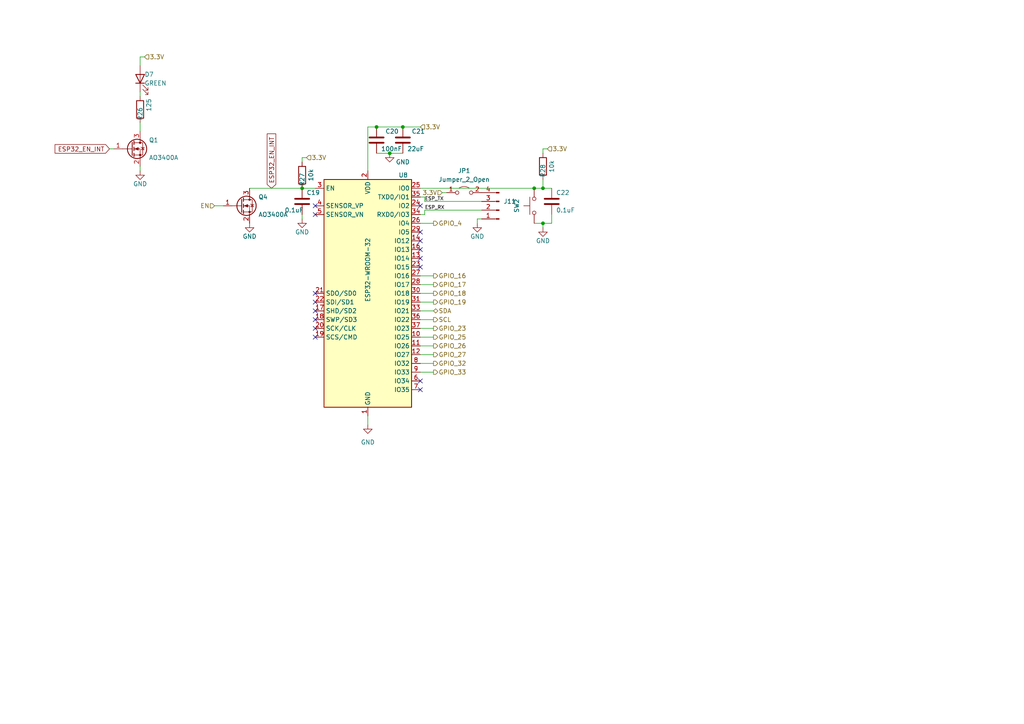
<source format=kicad_sch>
(kicad_sch (version 20211123) (generator eeschema)
  (paper "A4")
  (lib_symbols
    (symbol "Connector:Conn_01x04_Male" (pin_names (offset 1.016) hide)
      (property "Reference" "J" (at 0 5.08 0))
      (property "Value" "Conn_01x04_Male" (at 0 -7.62 0))
      (symbol "Conn_01x04_Male_1_1"
        (polyline (pts (xy 1.27 -5.08) (xy 0.8636 -5.08)) (stroke (width 0.1524)))
        (polyline (pts (xy 1.27 -2.54) (xy 0.8636 -2.54)) (stroke (width 0.1524)))
        (polyline (pts (xy 1.27 0) (xy 0.8636 0)) (stroke (width 0.1524)))
        (polyline (pts (xy 1.27 2.54) (xy 0.8636 2.54)) (stroke (width 0.1524)))
        (rectangle (start 0.8636 -4.953) (end 0 -5.207) (stroke (width 0.1524)) (fill (type outline)))
        (rectangle (start 0.8636 -2.413) (end 0 -2.667) (stroke (width 0.1524)) (fill (type outline)))
        (rectangle (start 0.8636 0.127) (end 0 -0.127) (stroke (width 0.1524)) (fill (type outline)))
        (rectangle (start 0.8636 2.667) (end 0 2.413) (stroke (width 0.1524)) (fill (type outline)))
        (pin passive line (at 5.08 2.54 180) (length 3.81) (name "Pin_1") (number "1"))
        (pin passive line (at 5.08 0 180) (length 3.81) (name "Pin_2") (number "2"))
        (pin passive line (at 5.08 -2.54 180) (length 3.81) (name "Pin_3") (number "3"))
        (pin passive line (at 5.08 -5.08 180) (length 3.81) (name "Pin_4") (number "4"))
      )
    )
    (symbol "Device:C" (pin_numbers hide) (pin_names (offset 0.254))
      (property "Reference" "C" (at 0.635 2.54 0))
      (property "Value" "C" (at 0.635 -2.54 0))
      (symbol "C_0_1"
        (polyline (pts (xy -2.032 -0.762) (xy 2.032 -0.762)) (stroke (width 0.508)))
        (polyline (pts (xy -2.032 0.762) (xy 2.032 0.762)) (stroke (width 0.508)))
      )
      (symbol "C_1_1"
        (pin passive line (at 0 3.81 270) (length 2.794) (name "~") (number "1"))
        (pin passive line (at 0 -3.81 90) (length 2.794) (name "~") (number "2"))
      )
    )
    (symbol "Device:LED" (pin_numbers hide) (pin_names (offset 1.016) hide)
      (property "Reference" "D" (at 0 2.54 0))
      (property "Value" "LED" (at 0 -2.54 0))
      (symbol "LED_0_1"
        (polyline (pts (xy -1.27 -1.27) (xy -1.27 1.27)) (stroke (width 0.254)))
        (polyline (pts (xy -1.27 0) (xy 1.27 0)))
        (polyline (pts (xy 1.27 -1.27) (xy 1.27 1.27) (xy -1.27 0) (xy 1.27 -1.27)) (stroke (width 0.254)))
        (polyline (pts (xy -3.048 -0.762) (xy -4.572 -2.286) (xy -3.81 -2.286) (xy -4.572 -2.286) (xy -4.572 -1.524)))
        (polyline (pts (xy -1.778 -0.762) (xy -3.302 -2.286) (xy -2.54 -2.286) (xy -3.302 -2.286) (xy -3.302 -1.524)))
      )
      (symbol "LED_1_1"
        (pin passive line (at -3.81 0 0) (length 2.54) (name "K") (number "1"))
        (pin passive line (at 3.81 0 180) (length 2.54) (name "A") (number "2"))
      )
    )
    (symbol "Device:R" (pin_numbers hide) (pin_names (offset 0))
      (property "Reference" "R" (at 2.032 0 90))
      (property "Value" "R" (at 0 0 90))
      (symbol "R_0_1"
        (rectangle (start -1.016 -2.54) (end 1.016 2.54) (stroke (width 0.254)))
      )
      (symbol "R_1_1"
        (pin passive line (at 0 3.81 270) (length 1.27) (name "~") (number "1"))
        (pin passive line (at 0 -3.81 90) (length 1.27) (name "~") (number "2"))
      )
    )
    (symbol "Jumper:Jumper_2_Open" (pin_names (offset 0) hide)
      (property "Reference" "JP" (at 0 2.794 0))
      (property "Value" "Jumper_2_Open" (at 0 -2.286 0))
      (symbol "Jumper_2_Open_0_0"
        (circle (center -2.032 0) (radius 0.508))
        (circle (center 2.032 0) (radius 0.508))
      )
      (symbol "Jumper_2_Open_0_1"
        (arc (start 1.524 1.27) (mid 0 1.778) (end -1.524 1.27))
      )
      (symbol "Jumper_2_Open_1_1"
        (pin passive line (at -5.08 0 0) (length 2.54) (name "A") (number "1"))
        (pin passive line (at 5.08 0 180) (length 2.54) (name "B") (number "2"))
      )
    )
    (symbol "RF_Module:ESP32-WROOM-32"
      (property "Reference" "U" (at -12.7 34.29 0))
      (property "Value" "ESP32-WROOM-32" (at 1.27 34.29 0))
      (symbol "ESP32-WROOM-32_0_1"
        (rectangle (start -12.7 33.02) (end 12.7 -33.02) (stroke (width 0.254)) (fill (type background)))
      )
      (symbol "ESP32-WROOM-32_1_1"
        (pin power_in line (at 0 -35.56 90) (length 2.54) (name "GND") (number "1"))
        (pin bidirectional line (at 15.24 -12.7 180) (length 2.54) (name "IO25") (number "10"))
        (pin bidirectional line (at 15.24 -15.24 180) (length 2.54) (name "IO26") (number "11"))
        (pin bidirectional line (at 15.24 -17.78 180) (length 2.54) (name "IO27") (number "12"))
        (pin bidirectional line (at 15.24 10.16 180) (length 2.54) (name "IO14") (number "13"))
        (pin bidirectional line (at 15.24 15.24 180) (length 2.54) (name "IO12") (number "14"))
        (pin passive line (at 0 -35.56 90) (length 2.54) hide (name "GND") (number "15"))
        (pin bidirectional line (at 15.24 12.7 180) (length 2.54) (name "IO13") (number "16"))
        (pin bidirectional line (at -15.24 -5.08 0) (length 2.54) (name "SHD/SD2") (number "17"))
        (pin bidirectional line (at -15.24 -7.62 0) (length 2.54) (name "SWP/SD3") (number "18"))
        (pin bidirectional line (at -15.24 -12.7 0) (length 2.54) (name "SCS/CMD") (number "19"))
        (pin power_in line (at 0 35.56 270) (length 2.54) (name "VDD") (number "2"))
        (pin bidirectional line (at -15.24 -10.16 0) (length 2.54) (name "SCK/CLK") (number "20"))
        (pin bidirectional line (at -15.24 0 0) (length 2.54) (name "SDO/SD0") (number "21"))
        (pin bidirectional line (at -15.24 -2.54 0) (length 2.54) (name "SDI/SD1") (number "22"))
        (pin bidirectional line (at 15.24 7.62 180) (length 2.54) (name "IO15") (number "23"))
        (pin bidirectional line (at 15.24 25.4 180) (length 2.54) (name "IO2") (number "24"))
        (pin bidirectional line (at 15.24 30.48 180) (length 2.54) (name "IO0") (number "25"))
        (pin bidirectional line (at 15.24 20.32 180) (length 2.54) (name "IO4") (number "26"))
        (pin bidirectional line (at 15.24 5.08 180) (length 2.54) (name "IO16") (number "27"))
        (pin bidirectional line (at 15.24 2.54 180) (length 2.54) (name "IO17") (number "28"))
        (pin bidirectional line (at 15.24 17.78 180) (length 2.54) (name "IO5") (number "29"))
        (pin input line (at -15.24 30.48 0) (length 2.54) (name "EN") (number "3"))
        (pin bidirectional line (at 15.24 0 180) (length 2.54) (name "IO18") (number "30"))
        (pin bidirectional line (at 15.24 -2.54 180) (length 2.54) (name "IO19") (number "31"))
        (pin no_connect line (at -12.7 -27.94 0) (length 2.54) hide (name "NC") (number "32"))
        (pin bidirectional line (at 15.24 -5.08 180) (length 2.54) (name "IO21") (number "33"))
        (pin bidirectional line (at 15.24 22.86 180) (length 2.54) (name "RXD0/IO3") (number "34"))
        (pin bidirectional line (at 15.24 27.94 180) (length 2.54) (name "TXD0/IO1") (number "35"))
        (pin bidirectional line (at 15.24 -7.62 180) (length 2.54) (name "IO22") (number "36"))
        (pin bidirectional line (at 15.24 -10.16 180) (length 2.54) (name "IO23") (number "37"))
        (pin passive line (at 0 -35.56 90) (length 2.54) hide (name "GND") (number "38"))
        (pin passive line (at 0 -35.56 90) (length 2.54) hide (name "GND") (number "39"))
        (pin input line (at -15.24 25.4 0) (length 2.54) (name "SENSOR_VP") (number "4"))
        (pin input line (at -15.24 22.86 0) (length 2.54) (name "SENSOR_VN") (number "5"))
        (pin input line (at 15.24 -25.4 180) (length 2.54) (name "IO34") (number "6"))
        (pin input line (at 15.24 -27.94 180) (length 2.54) (name "IO35") (number "7"))
        (pin bidirectional line (at 15.24 -20.32 180) (length 2.54) (name "IO32") (number "8"))
        (pin bidirectional line (at 15.24 -22.86 180) (length 2.54) (name "IO33") (number "9"))
      )
    )
    (symbol "Switch:SW_Push" (pin_numbers hide) (pin_names (offset 1.016) hide)
      (property "Reference" "SW" (at 1.27 2.54 0))
      (property "Value" "SW_Push" (at 0 -1.524 0))
      (symbol "SW_Push_0_1"
        (circle (center -2.032 0) (radius 0.508))
        (polyline (pts (xy 0 1.27) (xy 0 3.048)))
        (polyline (pts (xy 2.54 1.27) (xy -2.54 1.27)))
        (circle (center 2.032 0) (radius 0.508))
        (pin passive line (at -5.08 0 0) (length 2.54) (name "1") (number "1"))
        (pin passive line (at 5.08 0 180) (length 2.54) (name "2") (number "2"))
      )
    )
    (symbol "Transistor_FET:AO3400A" (pin_names hide)
      (property "Reference" "Q" (at 5.08 1.905 0))
      (property "Value" "AO3400A" (at 5.08 0 0))
      (symbol "AO3400A_0_1"
        (polyline (pts (xy 0.254 0) (xy -2.54 0)))
        (polyline (pts (xy 0.254 1.905) (xy 0.254 -1.905)) (stroke (width 0.254)))
        (polyline (pts (xy 0.762 -1.27) (xy 0.762 -2.286)) (stroke (width 0.254)))
        (polyline (pts (xy 0.762 0.508) (xy 0.762 -0.508)) (stroke (width 0.254)))
        (polyline (pts (xy 0.762 2.286) (xy 0.762 1.27)) (stroke (width 0.254)))
        (polyline (pts (xy 2.54 2.54) (xy 2.54 1.778)))
        (polyline (pts (xy 2.54 -2.54) (xy 2.54 0) (xy 0.762 0)))
        (polyline (pts (xy 0.762 -1.778) (xy 3.302 -1.778) (xy 3.302 1.778) (xy 0.762 1.778)))
        (polyline (pts (xy 1.016 0) (xy 2.032 0.381) (xy 2.032 -0.381) (xy 1.016 0)) (fill (type outline)))
        (polyline (pts (xy 2.794 0.508) (xy 2.921 0.381) (xy 3.683 0.381) (xy 3.81 0.254)))
        (polyline (pts (xy 3.302 0.381) (xy 2.921 -0.254) (xy 3.683 -0.254) (xy 3.302 0.381)))
        (circle (center 1.651 0) (radius 2.794) (stroke (width 0.254)))
        (circle (center 2.54 -1.778) (radius 0.254) (fill (type outline)))
        (circle (center 2.54 1.778) (radius 0.254) (fill (type outline)))
      )
      (symbol "AO3400A_1_1"
        (pin input line (at -5.08 0 0) (length 2.54) (name "G") (number "1"))
        (pin passive line (at 2.54 -5.08 90) (length 2.54) (name "S") (number "2"))
        (pin passive line (at 2.54 5.08 270) (length 2.54) (name "D") (number "3"))
      )
    )
    (symbol "power:GND" (power) (pin_names (offset 0))
      (property "Value" "GND" (at 0 -3.81 0))
      (symbol "GND_0_1"
        (polyline (pts (xy 0 0) (xy 0 -1.27) (xy 1.27 -1.27) (xy 0 -2.54) (xy -1.27 -1.27) (xy 0 -1.27)))
      )
      (symbol "GND_1_1"
        (pin power_in line (at 0 0 270) (length 0) hide (name "GND") (number "1"))
      )
    )
  )
  (junction (at 157.48 54.61))
  (junction (at 109.22 36.83))
  (junction (at 116.84 36.83))
  (junction (at 113.03 44.45))
  (junction (at 157.48 64.77))
  (junction (at 87.63 54.61))
  (junction (at 154.94 54.61))
  (no_connect (at 121.92 69.85))
  (no_connect (at 121.92 67.31))
  (no_connect (at 121.92 77.47))
  (no_connect (at 121.92 74.93))
  (no_connect (at 121.92 72.39))
  (no_connect (at 91.44 92.71))
  (no_connect (at 91.44 95.25))
  (no_connect (at 91.44 85.09))
  (no_connect (at 91.44 90.17))
  (no_connect (at 91.44 87.63))
  (no_connect (at 91.44 97.79))
  (no_connect (at 121.92 113.03))
  (no_connect (at 121.92 110.49))
  (no_connect (at 121.92 59.69))
  (no_connect (at 91.44 59.69))
  (no_connect (at 91.44 62.23))
  (wire (pts (xy 109.22 36.83) (xy 116.84 36.83)))
  (wire (pts (xy 123.19 62.23) (xy 123.19 60.96)))
  (wire (pts (xy 157.48 44.45) (xy 157.48 43.18)))
  (wire (pts (xy 121.92 95.25) (xy 125.73 95.25)))
  (wire (pts (xy 123.19 58.42) (xy 139.7 58.42)))
  (wire (pts (xy 88.9 45.72) (xy 87.63 45.72)))
  (wire (pts (xy 157.48 43.18) (xy 158.75 43.18)))
  (wire (pts (xy 87.63 54.61) (xy 91.44 54.61)))
  (wire (pts (xy 40.64 16.51) (xy 41.91 16.51)))
  (wire (pts (xy 106.68 36.83) (xy 109.22 36.83)))
  (wire (pts (xy 121.92 102.87) (xy 125.73 102.87)))
  (wire (pts (xy 72.39 54.61) (xy 87.63 54.61)))
  (wire (pts (xy 138.43 63.5) (xy 138.43 64.77)))
  (wire (pts (xy 116.84 36.83) (xy 121.92 36.83)))
  (wire (pts (xy 87.63 63.5) (xy 87.63 62.23)))
  (wire (pts (xy 157.48 54.61) (xy 154.94 54.61)))
  (wire (pts (xy 121.92 80.01) (xy 125.73 80.01)))
  (wire (pts (xy 157.48 66.04) (xy 157.48 64.77)))
  (wire (pts (xy 40.64 35.56) (xy 40.64 38.1)))
  (wire (pts (xy 40.64 48.26) (xy 40.64 49.53)))
  (wire (pts (xy 121.92 90.17) (xy 125.73 90.17)))
  (wire (pts (xy 157.48 64.77) (xy 160.02 64.77)))
  (wire (pts (xy 157.48 54.61) (xy 160.02 54.61)))
  (wire (pts (xy 128.27 55.88) (xy 129.54 55.88)))
  (wire (pts (xy 109.22 44.45) (xy 113.03 44.45)))
  (wire (pts (xy 121.92 97.79) (xy 125.73 97.79)))
  (wire (pts (xy 106.68 120.65) (xy 106.68 123.19)))
  (wire (pts (xy 123.19 57.15) (xy 123.19 58.42)))
  (wire (pts (xy 121.92 87.63) (xy 125.73 87.63)))
  (wire (pts (xy 113.03 44.45) (xy 116.84 44.45)))
  (wire (pts (xy 160.02 62.23) (xy 160.02 64.77)))
  (wire (pts (xy 123.19 60.96) (xy 139.7 60.96)))
  (wire (pts (xy 31.75 43.18) (xy 33.02 43.18)))
  (wire (pts (xy 121.92 105.41) (xy 125.73 105.41)))
  (wire (pts (xy 40.64 26.67) (xy 40.64 27.94)))
  (wire (pts (xy 106.68 49.53) (xy 106.68 36.83)))
  (wire (pts (xy 121.92 62.23) (xy 123.19 62.23)))
  (wire (pts (xy 62.23 59.69) (xy 64.77 59.69)))
  (wire (pts (xy 40.64 16.51) (xy 40.64 19.05)))
  (wire (pts (xy 121.92 85.09) (xy 125.73 85.09)))
  (wire (pts (xy 121.92 82.55) (xy 125.73 82.55)))
  (wire (pts (xy 154.94 64.77) (xy 157.48 64.77)))
  (wire (pts (xy 87.63 45.72) (xy 87.63 46.99)))
  (wire (pts (xy 157.48 52.07) (xy 157.48 54.61)))
  (wire (pts (xy 121.92 54.61) (xy 154.94 54.61)))
  (wire (pts (xy 121.92 64.77) (xy 125.73 64.77)))
  (wire (pts (xy 121.92 57.15) (xy 123.19 57.15)))
  (wire (pts (xy 121.92 92.71) (xy 125.73 92.71)))
  (wire (pts (xy 139.7 63.5) (xy 138.43 63.5)))
  (wire (pts (xy 121.92 107.95) (xy 125.73 107.95)))
  (wire (pts (xy 121.92 100.33) (xy 125.73 100.33)))
  (label "ESP_TX" (at 123.19 58.42 0) (effects (font (size 1 1))))
  (label "ESP_RX" (at 123.19 60.96 0) (effects (font (size 1 1))))
  (global_label "ESP32_EN_INT" (shape input) (at 78.74 54.61 90) (property "Intersheet References" "${INTERSHEET_REFS}" (effects hide)))
  (global_label "ESP32_EN_INT" (shape input) (at 31.75 43.18 180) (property "Intersheet References" "${INTERSHEET_REFS}" (effects hide)))
  (hierarchical_label "3.3V" (shape input) (at 128.27 55.88 180))
  (hierarchical_label "3.3V" (shape input) (at 158.75 43.18 0))
  (hierarchical_label "SCL" (shape output) (at 125.73 92.71 0))
  (hierarchical_label "GPIO_23" (shape output) (at 125.73 95.25 0))
  (hierarchical_label "3.3V" (shape input) (at 88.9 45.72 0))
  (hierarchical_label "3.3V" (shape input) (at 121.92 36.83 0))
  (hierarchical_label "GPIO_16" (shape output) (at 125.73 80.01 0))
  (hierarchical_label "GPIO_19" (shape output) (at 125.73 87.63 0))
  (hierarchical_label "GPIO_25" (shape output) (at 125.73 97.79 0))
  (hierarchical_label "3.3V" (shape input) (at 41.91 16.51 0))
  (hierarchical_label "SDA" (shape bidirectional) (at 125.73 90.17 0))
  (hierarchical_label "GPIO_17" (shape output) (at 125.73 82.55 0))
  (hierarchical_label "EN" (shape input) (at 62.23 59.69 180))
  (hierarchical_label "GPIO_32" (shape output) (at 125.73 105.41 0))
  (hierarchical_label "GPIO_26" (shape output) (at 125.73 100.33 0))
  (hierarchical_label "GPIO_33" (shape output) (at 125.73 107.95 0))
  (hierarchical_label "GPIO_27" (shape output) (at 125.73 102.87 0))
  (hierarchical_label "GPIO_4" (shape output) (at 125.73 64.77 0))
  (hierarchical_label "GPIO_18" (shape output) (at 125.73 85.09 0))
  (symbol (lib_id "Jumper:Jumper_2_Open") (at 134.62 55.88 0) (unit 1)
    (property "Reference" "JP1" (at 134.62 49.53 0))
    (property "Value" "Jumper_2_Open" (at 134.62 52.07 0))
    (property "Footprint" "Connector_PinHeader_2.54mm:PinHeader_1x02_P2.54mm_Vertical" (effects hide))
  )
  (symbol (lib_id "power:GND") (at 72.39 64.77 0) (unit 1)
    (property "Reference" "#PWR0144" (effects hide))
    (property "Value" "GND" (at 72.39 68.58 0))
  )
  (symbol (lib_id "power:GND") (at 106.68 123.19 0) (unit 1)
    (property "Reference" "#PWR0148" (effects hide))
    (property "Value" "GND" (at 106.68 128.27 0))
  )
  (symbol (lib_id "Device:C") (at 116.84 40.64 0) (unit 1)
    (property "Reference" "C21" (at 119.38 38.1 0) (effects (justify left)))
    (property "Value" "22uF" (at 118.11 43.18 0) (effects (justify left)))
    (property "Footprint" "Capacitor_SMD:C_0603_1608Metric" (effects hide))
  )
  (symbol (lib_id "RF_Module:ESP32-WROOM-32") (at 106.68 85.09 0) (unit 1)
    (property "Reference" "U8" (at 115.57 50.8 0) (effects (justify left)))
    (property "Value" "ESP32-WROOM-32" (at 106.68 87.63 90) (effects (justify left)))
    (property "Footprint" "RF_Module:ESP32-WROOM-32" (effects hide))
    (property "Datasheet" "https://www.espressif.com/sites/default/files/documentation/esp32-wroom-32_datasheet_en.pdf" (effects hide))
  )
  (symbol (lib_id "Device:C") (at 160.02 58.42 0) (unit 1)
    (property "Reference" "C22" (at 161.29 55.88 0) (effects (justify left)))
    (property "Value" "0.1uF" (at 161.29 60.96 0) (effects (justify left)))
    (property "Footprint" "Capacitor_SMD:C_0603_1608Metric" (effects hide))
  )
  (symbol (lib_id "Transistor_FET:AO3400A") (at 69.85 59.69 0) (unit 1)
    (property "Reference" "Q4" (at 74.93 57.15 0) (effects (justify left)))
    (property "Value" "AO3400A" (at 74.93 62.23 0) (effects (justify left)))
    (property "Footprint" "Package_TO_SOT_SMD:SOT-23" (effects hide))
    (property "Datasheet" "http://www.aosmd.com/pdfs/datasheet/AO3400A.pdf" (effects hide))
  )
  (symbol (lib_id "power:GND") (at 157.48 66.04 0) (unit 1)
    (property "Reference" "#PWR0149" (effects hide))
    (property "Value" "GND" (at 157.48 69.85 0))
  )
  (symbol (lib_id "power:GND") (at 87.63 63.5 0) (unit 1)
    (property "Reference" "#PWR0145" (effects hide))
    (property "Value" "GND" (at 87.63 67.31 0))
  )
  (symbol (lib_id "power:GND") (at 113.03 44.45 0) (unit 1)
    (property "Reference" "#PWR0147" (effects hide))
    (property "Value" "GND" (at 116.84 46.99 0))
  )
  (symbol (lib_id "power:GND") (at 138.43 64.77 0) (unit 1)
    (property "Reference" "#PWR0150" (effects hide))
    (property "Value" "GND" (at 138.43 68.58 0))
  )
  (symbol (lib_id "Switch:SW_Push") (at 154.94 59.69 90) (unit 1)
    (property "Reference" "SW2" (at 149.86 59.69 0))
    (property "Value" "SW_Push" (effects hide))
    (property "Footprint" "Button_Switch_SMD:SW_SPST_CK_RS282G05A3" (effects hide))
  )
  (symbol (lib_id "Connector:Conn_01x04_Male") (at 144.78 60.96 180) (unit 1)
    (property "Reference" "J11" (at 146.05 58.4199 0) (effects (justify right)))
    (property "Value" "Conn_01x04_Male" (effects hide))
    (property "Footprint" "Connector_PinHeader_2.54mm:PinHeader_1x04_P2.54mm_Vertical" (effects hide))
  )
  (symbol (lib_id "Transistor_FET:AO3400A") (at 38.1 43.18 0) (unit 1)
    (property "Reference" "Q1" (at 43.18 40.64 0) (effects (justify left)))
    (property "Value" "AO3400A" (at 43.18 45.72 0) (effects (justify left)))
    (property "Footprint" "Package_TO_SOT_SMD:SOT-23" (effects hide))
    (property "Datasheet" "http://www.aosmd.com/pdfs/datasheet/AO3400A.pdf" (effects hide))
  )
  (symbol (lib_id "Device:R") (at 87.63 50.8 180) (unit 1)
    (property "Reference" "R27" (at 87.63 52.07 90))
    (property "Value" "10k" (at 90.17 50.8 90))
    (property "Footprint" "Resistor_SMD:R_0603_1608Metric" (effects hide))
  )
  (symbol (lib_id "Device:C") (at 87.63 58.42 0) (unit 1)
    (property "Reference" "C19" (at 88.9 55.88 0) (effects (justify left)))
    (property "Value" "0.1uF" (at 82.55 60.96 0) (effects (justify left)))
    (property "Footprint" "Capacitor_SMD:C_0603_1608Metric" (effects hide))
  )
  (symbol (lib_id "Device:R") (at 157.48 48.26 180) (unit 1)
    (property "Reference" "R28" (at 157.48 49.53 90))
    (property "Value" "10k" (at 160.02 48.26 90))
    (property "Footprint" "Resistor_SMD:R_0603_1608Metric" (effects hide))
  )
  (symbol (lib_id "power:GND") (at 40.64 49.53 0) (unit 1)
    (property "Reference" "#PWR0146" (effects hide))
    (property "Value" "GND" (at 40.64 53.34 0))
  )
  (symbol (lib_id "Device:LED") (at 40.64 22.86 90) (unit 1)
    (property "Reference" "D7" (at 41.91 21.59 90) (effects (justify right)))
    (property "Value" "GREEN" (at 41.91 24.13 90) (effects (justify right)))
    (property "Footprint" "LED_SMD:LED_0805_2012Metric_Pad1.15x1.40mm_HandSolder" (effects hide))
  )
  (symbol (lib_id "Device:C") (at 109.22 40.64 0) (unit 1)
    (property "Reference" "C20" (at 111.76 38.1 0) (effects (justify left)))
    (property "Value" "100nF" (at 110.49 43.18 0) (effects (justify left)))
    (property "Footprint" "Capacitor_SMD:C_0603_1608Metric" (effects hide))
  )
  (symbol (lib_id "Device:R") (at 40.64 31.75 180) (unit 1)
    (property "Reference" "R26" (at 40.64 33.02 90))
    (property "Value" "125" (at 43.18 30.48 90))
    (property "Footprint" "Resistor_SMD:R_0603_1608Metric" (effects hide))
  )
)
</source>
